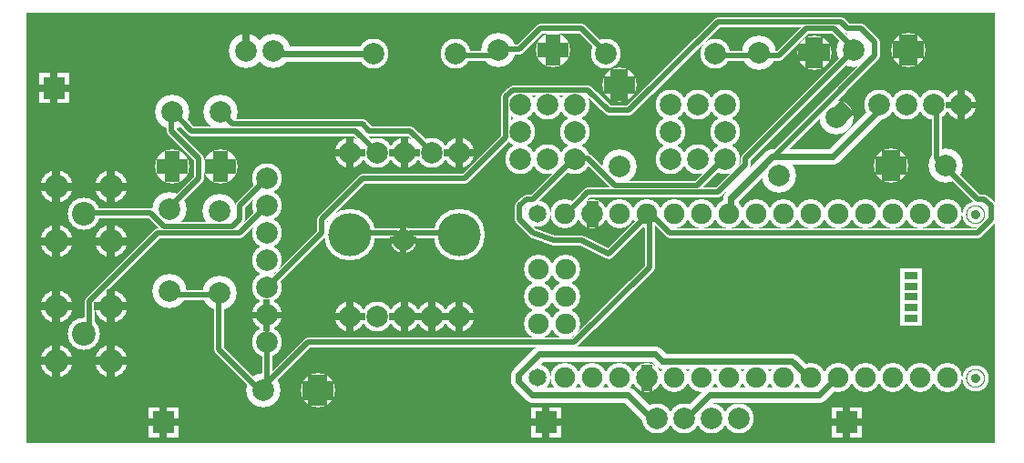
<source format=gbr>
%FSLAX34Y34*%
%MOMM*%
%LNCOPPER_BOTTOM*%
G71*
G01*
%ADD10C,0.800*%
%ADD11R,2.070X1.435*%
%ADD12C,2.700*%
%ADD13C,2.450*%
%ADD14C,2.800*%
%ADD15C,3.200*%
%ADD16C,3.000*%
%ADD17C,2.800*%
%ADD18C,4.800*%
%ADD19C,0.900*%
%ADD20C,2.400*%
%ADD21C,1.400*%
%ADD22C,3.200*%
%ADD23C,0.667*%
%ADD24C,0.813*%
%ADD25C,0.733*%
%ADD26C,1.360*%
%ADD27C,1.587*%
%ADD28C,1.627*%
%ADD29C,1.673*%
%ADD30C,1.793*%
%ADD31C,1.053*%
%ADD32C,1.093*%
%ADD33C,1.733*%
%ADD34C,2.230*%
%ADD35C,0.000*%
%ADD36R,1.270X0.635*%
%ADD37C,1.900*%
%ADD38C,1.650*%
%ADD39C,2.000*%
%ADD40C,2.200*%
%ADD41C,2.000*%
%ADD42C,4.000*%
%ADD43C,0.500*%
%ADD44C,0.600*%
%ADD45C,3.000*%
%LPD*%
G36*
X0Y400000D02*
X900000Y400000D01*
X900000Y0D01*
X0Y0D01*
X0Y400000D01*
G37*
%LPC*%
G54D10*
X872971Y59954D02*
X872966Y60241D01*
X872971Y60528D01*
X872986Y60818D01*
X873012Y61105D01*
X873048Y61389D01*
X873091Y61674D01*
X873146Y61958D01*
X873212Y62237D01*
X873286Y62517D01*
X873370Y62791D01*
X873464Y63066D01*
X873568Y63332D01*
X873680Y63599D01*
X873802Y63861D01*
X873931Y64117D01*
X874071Y64369D01*
X874221Y64615D01*
X874378Y64856D01*
X874543Y65092D01*
X874716Y65324D01*
X874896Y65547D01*
X875087Y65766D01*
X875283Y65976D01*
X875486Y66180D01*
X875697Y66375D01*
X875915Y66566D01*
X876139Y66746D01*
X876370Y66919D01*
X876606Y67084D01*
X876847Y67241D01*
X877094Y67391D01*
X877345Y67531D01*
X877602Y67660D01*
X877863Y67782D01*
X878130Y67894D01*
X878396Y67998D01*
X878671Y68092D01*
X878945Y68176D01*
X879224Y68250D01*
X879504Y68316D01*
X879788Y68372D01*
X880073Y68415D01*
X880358Y68450D01*
X880644Y68476D01*
X880934Y68491D01*
X881221Y68496D01*
X881508Y68491D01*
X881798Y68476D01*
X882085Y68450D01*
X882369Y68415D01*
X882654Y68372D01*
X882938Y68316D01*
X883218Y68250D01*
X883497Y68176D01*
X883771Y68092D01*
X884046Y67998D01*
X884312Y67894D01*
X884579Y67782D01*
X884841Y67660D01*
X885097Y67531D01*
X885349Y67391D01*
X885595Y67241D01*
X885836Y67084D01*
X886072Y66919D01*
X886304Y66746D01*
X886527Y66566D01*
X886746Y66375D01*
X886956Y66180D01*
X887160Y65976D01*
X887355Y65766D01*
X887546Y65547D01*
X887726Y65324D01*
X887899Y65092D01*
X888064Y64856D01*
X888221Y64615D01*
X888371Y64368D01*
X888511Y64117D01*
X888640Y63861D01*
X888762Y63599D01*
X888874Y63332D01*
X888978Y63066D01*
X889072Y62791D01*
X889156Y62517D01*
X889230Y62237D01*
X889296Y61958D01*
X889352Y61674D01*
X889395Y61389D01*
X889430Y61105D01*
X889456Y60818D01*
X889471Y60528D01*
X889476Y60241D01*
X889471Y59954D01*
X889456Y59664D01*
X889430Y59377D01*
X889395Y59093D01*
X889352Y58808D01*
X889296Y58524D01*
X889230Y58244D01*
X889156Y57965D01*
X889072Y57691D01*
X888978Y57417D01*
X888874Y57150D01*
X888762Y56883D01*
X888640Y56622D01*
X888511Y56365D01*
X888371Y56114D01*
X888221Y55867D01*
X888064Y55626D01*
X887899Y55390D01*
X887726Y55158D01*
X887546Y54935D01*
X887355Y54717D01*
X887160Y54506D01*
X886956Y54303D01*
X886746Y54107D01*
X886527Y53916D01*
X886304Y53736D01*
X886072Y53563D01*
X885836Y53398D01*
X885595Y53241D01*
X885349Y53091D01*
X885097Y52951D01*
X884841Y52822D01*
X884579Y52700D01*
X884312Y52588D01*
X884046Y52484D01*
X883771Y52390D01*
X883497Y52306D01*
X883218Y52232D01*
X882938Y52166D01*
X882654Y52110D01*
X882369Y52067D01*
X882085Y52032D01*
X881798Y52006D01*
X881508Y51991D01*
X881221Y51986D01*
X880934Y51991D01*
X880645Y52006D01*
X880358Y52032D01*
X880073Y52067D01*
X879788Y52110D01*
X879504Y52166D01*
X879224Y52232D01*
X878945Y52306D01*
X878671Y52390D01*
X878397Y52484D01*
X878130Y52588D01*
X877863Y52700D01*
X877602Y52822D01*
X877345Y52951D01*
X877094Y53091D01*
X876847Y53241D01*
X876606Y53398D01*
X876370Y53563D01*
X876139Y53736D01*
X875915Y53916D01*
X875697Y54107D01*
X875486Y54303D01*
X875282Y54506D01*
X875087Y54717D01*
X874896Y54935D01*
X874716Y55158D01*
X874543Y55390D01*
X874378Y55626D01*
X874221Y55867D01*
X874071Y56114D01*
X873931Y56365D01*
X873802Y56622D01*
X873680Y56883D01*
X873568Y57150D01*
X873464Y57417D01*
X873370Y57691D01*
X873286Y57965D01*
X873212Y58245D01*
X873146Y58524D01*
X873091Y58808D01*
X873048Y59093D01*
X873012Y59377D01*
X872986Y59664D01*
X872971Y59954D01*
G54D10*
X872971Y212354D02*
X872966Y212641D01*
X872971Y212928D01*
X872986Y213218D01*
X873012Y213505D01*
X873048Y213789D01*
X873091Y214074D01*
X873146Y214358D01*
X873212Y214637D01*
X873286Y214917D01*
X873370Y215191D01*
X873464Y215466D01*
X873568Y215732D01*
X873680Y215999D01*
X873802Y216261D01*
X873931Y216517D01*
X874071Y216769D01*
X874221Y217015D01*
X874378Y217256D01*
X874543Y217492D01*
X874716Y217724D01*
X874896Y217947D01*
X875087Y218166D01*
X875283Y218376D01*
X875486Y218580D01*
X875697Y218775D01*
X875915Y218966D01*
X876139Y219146D01*
X876370Y219319D01*
X876606Y219484D01*
X876847Y219641D01*
X877094Y219791D01*
X877345Y219931D01*
X877602Y220060D01*
X877863Y220182D01*
X878130Y220294D01*
X878397Y220398D01*
X878671Y220492D01*
X878945Y220576D01*
X879225Y220650D01*
X879504Y220716D01*
X879789Y220772D01*
X880073Y220815D01*
X880358Y220850D01*
X880644Y220876D01*
X880934Y220891D01*
X881221Y220896D01*
X881508Y220891D01*
X881798Y220876D01*
X882085Y220850D01*
X882369Y220815D01*
X882654Y220772D01*
X882938Y220716D01*
X883218Y220650D01*
X883497Y220576D01*
X883771Y220492D01*
X884046Y220398D01*
X884312Y220294D01*
X884579Y220182D01*
X884840Y220060D01*
X885097Y219931D01*
X885349Y219791D01*
X885595Y219641D01*
X885836Y219484D01*
X886072Y219319D01*
X886304Y219146D01*
X886527Y218966D01*
X886746Y218775D01*
X886956Y218580D01*
X887160Y218376D01*
X887355Y218166D01*
X887546Y217947D01*
X887726Y217724D01*
X887899Y217492D01*
X888064Y217256D01*
X888221Y217015D01*
X888371Y216769D01*
X888511Y216517D01*
X888640Y216261D01*
X888762Y215999D01*
X888874Y215732D01*
X888978Y215466D01*
X889072Y215191D01*
X889156Y214917D01*
X889230Y214637D01*
X889296Y214358D01*
X889352Y214074D01*
X889395Y213789D01*
X889430Y213505D01*
X889456Y213218D01*
X889471Y212928D01*
X889476Y212641D01*
X889471Y212354D01*
X889456Y212064D01*
X889430Y211777D01*
X889395Y211493D01*
X889352Y211208D01*
X889296Y210924D01*
X889230Y210645D01*
X889156Y210365D01*
X889072Y210091D01*
X888978Y209817D01*
X888874Y209550D01*
X888762Y209283D01*
X888640Y209022D01*
X888511Y208765D01*
X888371Y208514D01*
X888221Y208267D01*
X888064Y208026D01*
X887899Y207790D01*
X887726Y207559D01*
X887546Y207335D01*
X887355Y207117D01*
X887160Y206906D01*
X886956Y206703D01*
X886746Y206507D01*
X886527Y206316D01*
X886304Y206136D01*
X886072Y205963D01*
X885836Y205798D01*
X885595Y205641D01*
X885349Y205491D01*
X885097Y205351D01*
X884841Y205222D01*
X884579Y205100D01*
X884312Y204988D01*
X884046Y204884D01*
X883771Y204790D01*
X883497Y204706D01*
X883218Y204632D01*
X882938Y204566D01*
X882654Y204511D01*
X882369Y204467D01*
X882085Y204432D01*
X881798Y204406D01*
X881508Y204391D01*
X881221Y204386D01*
X880934Y204391D01*
X880644Y204406D01*
X880358Y204432D01*
X880073Y204467D01*
X879788Y204511D01*
X879504Y204566D01*
X879224Y204632D01*
X878945Y204706D01*
X878671Y204790D01*
X878396Y204884D01*
X878130Y204988D01*
X877863Y205100D01*
X877602Y205222D01*
X877345Y205351D01*
X877094Y205491D01*
X876847Y205641D01*
X876606Y205798D01*
X876370Y205963D01*
X876139Y206136D01*
X875915Y206316D01*
X875696Y206507D01*
X875486Y206702D01*
X875283Y206906D01*
X875087Y207117D01*
X874896Y207335D01*
X874716Y207558D01*
X874543Y207790D01*
X874378Y208026D01*
X874221Y208267D01*
X874071Y208514D01*
X873931Y208765D01*
X873802Y209022D01*
X873680Y209283D01*
X873568Y209550D01*
X873464Y209817D01*
X873370Y210091D01*
X873286Y210365D01*
X873212Y210645D01*
X873146Y210924D01*
X873090Y211209D01*
X873047Y211493D01*
X873012Y211778D01*
X872986Y212064D01*
X872971Y212354D01*
X821785Y155745D02*
G54D11*
D03*
X821785Y145585D02*
G54D11*
D03*
X821785Y135933D02*
G54D11*
D03*
X821785Y125773D02*
G54D11*
D03*
X821785Y115867D02*
G54D11*
D03*
X500221Y60241D02*
G54D12*
D03*
X525621Y60241D02*
G54D12*
D03*
X551021Y60241D02*
G54D12*
D03*
X576421Y60241D02*
G54D12*
D03*
X601821Y60241D02*
G54D12*
D03*
X627221Y60241D02*
G54D12*
D03*
X652621Y60241D02*
G54D12*
D03*
X678021Y60241D02*
G54D12*
D03*
X703421Y60241D02*
G54D12*
D03*
X728821Y60241D02*
G54D12*
D03*
X754221Y60241D02*
G54D12*
D03*
X779621Y60241D02*
G54D12*
D03*
X805021Y60241D02*
G54D12*
D03*
X830421Y60241D02*
G54D12*
D03*
X855821Y60241D02*
G54D12*
D03*
X500221Y212641D02*
G54D12*
D03*
X525621Y212641D02*
G54D12*
D03*
X551021Y212641D02*
G54D12*
D03*
X576421Y212641D02*
G54D12*
D03*
X601821Y212641D02*
G54D12*
D03*
X627221Y212641D02*
G54D12*
D03*
X652621Y212641D02*
G54D12*
D03*
X678021Y212641D02*
G54D12*
D03*
X703421Y212641D02*
G54D12*
D03*
X728821Y212641D02*
G54D12*
D03*
X754221Y212641D02*
G54D12*
D03*
X779621Y212641D02*
G54D12*
D03*
X805021Y212641D02*
G54D12*
D03*
X830421Y212641D02*
G54D12*
D03*
X855821Y212641D02*
G54D12*
D03*
X474980Y212800D02*
G54D13*
D03*
X474980Y60400D02*
G54D13*
D03*
X501237Y161587D02*
G54D12*
D03*
X475837Y161587D02*
G54D12*
D03*
X501237Y136187D02*
G54D12*
D03*
X475837Y136187D02*
G54D12*
D03*
X501237Y110787D02*
G54D12*
D03*
X475837Y110787D02*
G54D12*
D03*
X398780Y361900D02*
G54D14*
D03*
X322580Y361900D02*
G54D14*
D03*
X203655Y364475D02*
G54D15*
D03*
X229155Y364475D02*
G54D15*
D03*
X27280Y238175D02*
G54D16*
D03*
X78080Y238175D02*
G54D16*
D03*
X52680Y212775D02*
G54D16*
D03*
X78080Y187375D02*
G54D16*
D03*
X27280Y187375D02*
G54D16*
D03*
X792321Y314241D02*
G54D14*
D03*
X817721Y314241D02*
G54D14*
D03*
X843121Y314241D02*
G54D14*
D03*
X868521Y314241D02*
G54D14*
D03*
X222760Y93301D02*
G54D14*
D03*
X222760Y118701D02*
G54D14*
D03*
X222760Y144101D02*
G54D14*
D03*
X222760Y169501D02*
G54D14*
D03*
X222760Y194901D02*
G54D14*
D03*
X222760Y220301D02*
G54D14*
D03*
X222760Y245701D02*
G54D14*
D03*
X300196Y269791D02*
G54D17*
D03*
X325596Y269791D02*
G54D17*
D03*
X350996Y269791D02*
G54D17*
D03*
X376396Y269791D02*
G54D17*
D03*
X401796Y269791D02*
G54D17*
D03*
X401796Y269791D02*
G54D17*
D03*
X401796Y193591D02*
G54D18*
D03*
X300196Y269791D02*
G54D17*
D03*
X300196Y193591D02*
G54D14*
D03*
X300196Y117391D02*
G54D17*
D03*
X300196Y117391D02*
G54D17*
D03*
X325596Y117391D02*
G54D17*
D03*
X350996Y117391D02*
G54D17*
D03*
X376396Y117391D02*
G54D17*
D03*
X401796Y117391D02*
G54D17*
D03*
X300196Y193591D02*
G54D18*
D03*
X27280Y127050D02*
G54D16*
D03*
X78080Y127050D02*
G54D16*
D03*
X52680Y101650D02*
G54D16*
D03*
X78080Y76250D02*
G54D16*
D03*
X27280Y76250D02*
G54D16*
D03*
X458946Y314241D02*
G54D14*
D03*
X484346Y314241D02*
G54D14*
D03*
X509746Y314241D02*
G54D14*
D03*
X509746Y314241D02*
G54D14*
D03*
X509746Y288841D02*
G54D14*
D03*
X509746Y263441D02*
G54D14*
D03*
X458946Y263441D02*
G54D14*
D03*
X484346Y263441D02*
G54D14*
D03*
X509746Y263441D02*
G54D14*
D03*
X458946Y314241D02*
G54D14*
D03*
X458946Y288841D02*
G54D14*
D03*
X458946Y263441D02*
G54D14*
D03*
X438045Y365657D02*
G54D15*
D03*
X489026Y365770D02*
G54D15*
D03*
X538480Y361900D02*
G54D14*
D03*
X640080Y361900D02*
G54D14*
D03*
X731666Y363225D02*
G54D15*
D03*
X680685Y363113D02*
G54D15*
D03*
X768245Y365657D02*
G54D15*
D03*
X819226Y365770D02*
G54D15*
D03*
X179682Y308024D02*
G54D15*
D03*
X179794Y257043D02*
G54D15*
D03*
X135232Y308024D02*
G54D15*
D03*
X135344Y257043D02*
G54D15*
D03*
X179071Y139203D02*
G54D15*
D03*
X179122Y215453D02*
G54D15*
D03*
X132582Y141362D02*
G54D15*
D03*
X132632Y217612D02*
G54D15*
D03*
X853963Y258284D02*
G54D15*
D03*
X802982Y258171D02*
G54D15*
D03*
X219496Y48455D02*
G54D15*
D03*
X270476Y48567D02*
G54D15*
D03*
X550546Y256678D02*
G54D15*
D03*
X550596Y332928D02*
G54D15*
D03*
X222760Y118701D02*
G54D14*
D03*
X868521Y314241D02*
G54D14*
D03*
X489026Y365770D02*
G54D14*
D03*
X731666Y363225D02*
G54D14*
D03*
X819226Y365770D02*
G54D14*
D03*
X550596Y332928D02*
G54D14*
D03*
X802982Y258171D02*
G54D14*
D03*
X270476Y48567D02*
G54D14*
D03*
X350996Y269791D02*
G54D14*
D03*
X376396Y117391D02*
G54D14*
D03*
X401796Y117391D02*
G54D14*
D03*
X300196Y117391D02*
G54D14*
D03*
X350996Y117391D02*
G54D14*
D03*
X300196Y269791D02*
G54D14*
D03*
X401796Y269791D02*
G54D14*
D03*
X135344Y257043D02*
G54D14*
D03*
X179794Y257043D02*
G54D14*
D03*
G54D19*
X438045Y365657D02*
X438660Y366351D01*
X432310Y360001D01*
X400560Y360001D01*
X398780Y361900D01*
G54D19*
X538480Y361900D02*
X540260Y360001D01*
X514860Y385401D01*
X476760Y385401D01*
X457710Y366351D01*
X438660Y366351D01*
X438045Y365657D01*
G54D19*
X680685Y363113D02*
X679960Y360001D01*
X641860Y360001D01*
X640080Y361900D01*
G54D19*
X768245Y365657D02*
X768860Y366351D01*
X749810Y385401D01*
X724410Y385401D01*
X699010Y360001D01*
X679960Y360001D01*
X680685Y363113D01*
G54D19*
X219496Y48455D02*
X216410Y48851D01*
X260860Y93301D01*
X508510Y93301D01*
X578360Y163151D01*
X578360Y213951D01*
X576421Y212641D01*
G54D19*
X219496Y48455D02*
X216410Y48851D01*
X222760Y55201D01*
X222760Y93301D01*
G54D19*
X853963Y258284D02*
X851410Y258401D01*
X883160Y226651D01*
X889510Y226651D01*
X895860Y220301D01*
X895860Y207601D01*
X883160Y194901D01*
X597410Y194901D01*
X578360Y213951D01*
X576421Y212641D01*
G54D19*
X135232Y308024D02*
X133860Y309201D01*
X152910Y290151D01*
X305310Y290151D01*
X324360Y271101D01*
X325596Y269791D01*
G54D19*
X179682Y308024D02*
X178310Y309201D01*
X191010Y296501D01*
X311660Y296501D01*
X318010Y290151D01*
X356110Y290151D01*
X375160Y271101D01*
X376396Y269791D01*
G54D19*
X132632Y217612D02*
X133860Y220301D01*
X159260Y245701D01*
X159260Y264751D01*
X133860Y290151D01*
X133860Y309201D01*
X135232Y308024D01*
G54D19*
X132582Y141362D02*
X133860Y144101D01*
X140210Y137751D01*
X178310Y137751D01*
X179071Y139203D01*
G54D19*
X219496Y48455D02*
X216410Y48851D01*
X178310Y86951D01*
X178310Y137751D01*
X179071Y139203D01*
G54D19*
X509746Y263441D02*
X508510Y264751D01*
X470410Y226651D01*
X464060Y226651D01*
X457710Y220301D01*
X457710Y207601D01*
X470410Y194901D01*
X489460Y188551D01*
X514860Y188551D01*
X540260Y175851D01*
X578360Y213951D01*
X576421Y212641D01*
G54D19*
X222760Y245701D02*
X197360Y220301D01*
X197360Y207601D01*
X191010Y201251D01*
X127510Y201251D01*
X114810Y213951D01*
X51310Y213951D01*
X52680Y212775D01*
G54D19*
X52680Y101650D02*
X51310Y99651D01*
X57660Y106001D01*
X57660Y131401D01*
X121160Y194901D01*
X197360Y194901D01*
X222760Y220301D01*
G54D19*
X222760Y144101D02*
X273560Y194901D01*
X273560Y207601D01*
X311660Y245701D01*
X406910Y245701D01*
X445010Y283801D01*
X445010Y321901D01*
X451360Y328251D01*
X521210Y328251D01*
X540260Y309201D01*
X559310Y309201D01*
X641860Y391751D01*
X756160Y391751D01*
X762510Y385401D01*
X775210Y385401D01*
X787910Y372701D01*
X787910Y360001D01*
X654560Y226651D01*
X654560Y213951D01*
X652621Y212641D01*
G54D19*
X853963Y258284D02*
X851410Y258401D01*
X845060Y264751D01*
X845060Y315551D01*
X843121Y314241D01*
X576421Y60241D02*
G54D20*
D03*
X525621Y212641D02*
G54D20*
D03*
X349760Y188551D02*
G54D20*
D03*
G54D19*
X349760Y188551D02*
X343410Y194901D01*
X298960Y194901D01*
X300196Y193591D01*
G54D19*
X349760Y188551D02*
X356110Y194901D01*
X400560Y194901D01*
X401796Y193591D01*
X598646Y314241D02*
G54D14*
D03*
X598646Y288841D02*
G54D14*
D03*
X598646Y263441D02*
G54D14*
D03*
X649446Y314241D02*
G54D14*
D03*
X624046Y314241D02*
G54D14*
D03*
X598646Y314241D02*
G54D14*
D03*
X649446Y314241D02*
G54D14*
D03*
X649446Y288841D02*
G54D14*
D03*
X649446Y263441D02*
G54D14*
D03*
X649446Y263441D02*
G54D14*
D03*
X624046Y263441D02*
G54D14*
D03*
X598646Y263441D02*
G54D14*
D03*
G54D19*
X768245Y365657D02*
X768860Y366351D01*
X667260Y264751D01*
X667260Y258401D01*
X641860Y233001D01*
X521210Y233001D01*
X502160Y213951D01*
X500221Y212641D01*
G54D19*
X649446Y263441D02*
X648210Y264751D01*
X622810Y239351D01*
X546610Y239351D01*
X521210Y264751D01*
X508510Y264751D01*
X509746Y263441D01*
X698796Y248889D02*
G54D15*
D03*
X752749Y302771D02*
G54D15*
D03*
X752749Y302771D02*
G54D14*
D03*
G54D21*
X792321Y314241D02*
X793750Y311150D01*
X749300Y266700D01*
X692150Y266700D01*
X654050Y228600D01*
X654050Y209550D01*
X652621Y212641D01*
G54D21*
X229155Y364475D02*
X228600Y361950D01*
X323850Y361950D01*
X322580Y361900D01*
G36*
X11400Y344150D02*
X39400Y344150D01*
X39400Y316150D01*
X11400Y316150D01*
X11400Y344150D01*
G37*
G36*
X468600Y33000D02*
X496600Y33000D01*
X496600Y5000D01*
X468600Y5000D01*
X468600Y33000D01*
G37*
G36*
X748000Y33000D02*
X776000Y33000D01*
X776000Y5000D01*
X748000Y5000D01*
X748000Y33000D01*
G37*
G36*
X113000Y33000D02*
X141000Y33000D01*
X141000Y5000D01*
X113000Y5000D01*
X113000Y33000D01*
G37*
X25400Y374600D02*
G54D22*
D03*
X25400Y19000D02*
G54D22*
D03*
X876300Y19000D02*
G54D22*
D03*
X876300Y374600D02*
G54D22*
D03*
X636746Y22141D02*
G54D14*
D03*
X611346Y22141D02*
G54D14*
D03*
X585946Y22141D02*
G54D14*
D03*
X662146Y22141D02*
G54D14*
D03*
X636746Y22141D02*
G54D14*
D03*
X611346Y22141D02*
G54D14*
D03*
G54D21*
X611346Y22141D02*
X609600Y19050D01*
X635000Y44450D01*
X736600Y44450D01*
X749300Y57150D01*
X755650Y57150D01*
X754221Y60241D01*
G54D21*
X585946Y22141D02*
X584200Y19050D01*
X558800Y44450D01*
X469900Y44450D01*
X457200Y57150D01*
X457200Y63500D01*
X476250Y82550D01*
X584200Y82550D01*
X590550Y76200D01*
X711200Y76200D01*
X730250Y57150D01*
X728821Y60241D01*
X146050Y368250D02*
G54D22*
D03*
%LPD*%
G54D23*
G36*
X200322Y364475D02*
X200322Y380975D01*
X206988Y380975D01*
X206988Y364475D01*
X200322Y364475D01*
G37*
G54D24*
G54D25*
G36*
X23613Y238175D02*
X23613Y253675D01*
X30947Y253675D01*
X30947Y238175D01*
X23613Y238175D01*
G37*
G36*
X27280Y241842D02*
X42780Y241842D01*
X42780Y234508D01*
X27280Y234508D01*
X27280Y241842D01*
G37*
G36*
X30947Y238175D02*
X30947Y222675D01*
X23613Y222675D01*
X23613Y238175D01*
X30947Y238175D01*
G37*
G36*
X27280Y234508D02*
X11780Y234508D01*
X11780Y241842D01*
X27280Y241842D01*
X27280Y234508D01*
G37*
G54D25*
G36*
X74413Y238175D02*
X74413Y253675D01*
X81747Y253675D01*
X81747Y238175D01*
X74413Y238175D01*
G37*
G36*
X78080Y241842D02*
X93580Y241842D01*
X93580Y234508D01*
X78080Y234508D01*
X78080Y241842D01*
G37*
G36*
X81747Y238175D02*
X81747Y222675D01*
X74413Y222675D01*
X74413Y238175D01*
X81747Y238175D01*
G37*
G36*
X78080Y234508D02*
X62580Y234508D01*
X62580Y241842D01*
X78080Y241842D01*
X78080Y234508D01*
G37*
G54D25*
G36*
X74413Y187375D02*
X74413Y202875D01*
X81747Y202875D01*
X81747Y187375D01*
X74413Y187375D01*
G37*
G36*
X78080Y191042D02*
X93580Y191042D01*
X93580Y183708D01*
X78080Y183708D01*
X78080Y191042D01*
G37*
G36*
X81747Y187375D02*
X81747Y171875D01*
X74413Y171875D01*
X74413Y187375D01*
X81747Y187375D01*
G37*
G36*
X78080Y183708D02*
X62580Y183708D01*
X62580Y191042D01*
X78080Y191042D01*
X78080Y183708D01*
G37*
G54D25*
G36*
X23613Y187375D02*
X23613Y202875D01*
X30947Y202875D01*
X30947Y187375D01*
X23613Y187375D01*
G37*
G36*
X27280Y191042D02*
X42780Y191042D01*
X42780Y183708D01*
X27280Y183708D01*
X27280Y191042D01*
G37*
G36*
X30947Y187375D02*
X30947Y171875D01*
X23613Y171875D01*
X23613Y187375D01*
X30947Y187375D01*
G37*
G36*
X27280Y183708D02*
X11780Y183708D01*
X11780Y191042D01*
X27280Y191042D01*
X27280Y183708D01*
G37*
G54D25*
G36*
X23613Y127050D02*
X23613Y142550D01*
X30947Y142550D01*
X30947Y127050D01*
X23613Y127050D01*
G37*
G36*
X27280Y130717D02*
X42780Y130717D01*
X42780Y123383D01*
X27280Y123383D01*
X27280Y130717D01*
G37*
G36*
X30947Y127050D02*
X30947Y111550D01*
X23613Y111550D01*
X23613Y127050D01*
X30947Y127050D01*
G37*
G36*
X27280Y123383D02*
X11780Y123383D01*
X11780Y130717D01*
X27280Y130717D01*
X27280Y123383D01*
G37*
G54D25*
G36*
X74413Y127050D02*
X74413Y142550D01*
X81747Y142550D01*
X81747Y127050D01*
X74413Y127050D01*
G37*
G36*
X78080Y130717D02*
X93580Y130717D01*
X93580Y123383D01*
X78080Y123383D01*
X78080Y130717D01*
G37*
G36*
X81747Y127050D02*
X81747Y111550D01*
X74413Y111550D01*
X74413Y127050D01*
X81747Y127050D01*
G37*
G36*
X78080Y123383D02*
X62580Y123383D01*
X62580Y130717D01*
X78080Y130717D01*
X78080Y123383D01*
G37*
G54D25*
G36*
X74413Y76250D02*
X74413Y91750D01*
X81747Y91750D01*
X81747Y76250D01*
X74413Y76250D01*
G37*
G36*
X78080Y79917D02*
X93580Y79917D01*
X93580Y72583D01*
X78080Y72583D01*
X78080Y79917D01*
G37*
G36*
X81747Y76250D02*
X81747Y60750D01*
X74413Y60750D01*
X74413Y76250D01*
X81747Y76250D01*
G37*
G36*
X78080Y72583D02*
X62580Y72583D01*
X62580Y79917D01*
X78080Y79917D01*
X78080Y72583D01*
G37*
G54D25*
G36*
X23613Y76250D02*
X23613Y91750D01*
X30947Y91750D01*
X30947Y76250D01*
X23613Y76250D01*
G37*
G36*
X27280Y79917D02*
X42780Y79917D01*
X42780Y72583D01*
X27280Y72583D01*
X27280Y79917D01*
G37*
G36*
X30947Y76250D02*
X30947Y60750D01*
X23613Y60750D01*
X23613Y76250D01*
X30947Y76250D01*
G37*
G36*
X27280Y72583D02*
X11780Y72583D01*
X11780Y79917D01*
X27280Y79917D01*
X27280Y72583D01*
G37*
G54D23*
G36*
X222760Y115368D02*
X208260Y115368D01*
X208260Y122035D01*
X222760Y122035D01*
X222760Y115368D01*
G37*
G36*
X219426Y118701D02*
X219426Y133201D01*
X226093Y133201D01*
X226093Y118701D01*
X219426Y118701D01*
G37*
G36*
X222760Y122035D02*
X237260Y122035D01*
X237260Y115368D01*
X222760Y115368D01*
X222760Y122035D01*
G37*
G36*
X226093Y118701D02*
X226093Y104201D01*
X219426Y104201D01*
X219426Y118701D01*
X226093Y118701D01*
G37*
G54D23*
G36*
X865188Y314241D02*
X865188Y328741D01*
X871854Y328741D01*
X871854Y314241D01*
X865188Y314241D01*
G37*
G36*
X868521Y317574D02*
X883021Y317574D01*
X883021Y310908D01*
X868521Y310908D01*
X868521Y317574D01*
G37*
G36*
X871854Y314241D02*
X871854Y299741D01*
X865188Y299741D01*
X865188Y314241D01*
X871854Y314241D01*
G37*
G36*
X868521Y310908D02*
X854021Y310908D01*
X854021Y317574D01*
X868521Y317574D01*
X868521Y310908D01*
G37*
G54D26*
G36*
X482226Y365770D02*
X482226Y380270D01*
X495826Y380270D01*
X495826Y365770D01*
X482226Y365770D01*
G37*
G36*
X489026Y372570D02*
X503526Y372570D01*
X503526Y358970D01*
X489026Y358970D01*
X489026Y372570D01*
G37*
G36*
X495826Y365770D02*
X495826Y351270D01*
X482226Y351270D01*
X482226Y365770D01*
X495826Y365770D01*
G37*
G36*
X489026Y358970D02*
X474526Y358970D01*
X474526Y372570D01*
X489026Y372570D01*
X489026Y358970D01*
G37*
G54D27*
G36*
X723732Y363225D02*
X723732Y377725D01*
X739599Y377725D01*
X739599Y363225D01*
X723732Y363225D01*
G37*
G36*
X731666Y371159D02*
X746166Y371159D01*
X746166Y355292D01*
X731666Y355292D01*
X731666Y371159D01*
G37*
G36*
X739599Y363225D02*
X739599Y348725D01*
X723732Y348725D01*
X723732Y363225D01*
X739599Y363225D01*
G37*
G36*
X731666Y355292D02*
X717166Y355292D01*
X717166Y371159D01*
X731666Y371159D01*
X731666Y355292D01*
G37*
G54D28*
G36*
X811092Y365770D02*
X811092Y380270D01*
X827359Y380270D01*
X827359Y365770D01*
X811092Y365770D01*
G37*
G36*
X819226Y373903D02*
X833726Y373903D01*
X833726Y357636D01*
X819226Y357636D01*
X819226Y373903D01*
G37*
G36*
X827359Y365770D02*
X827359Y351270D01*
X811092Y351270D01*
X811092Y365770D01*
X827359Y365770D01*
G37*
G36*
X819226Y357636D02*
X804726Y357636D01*
X804726Y373903D01*
X819226Y373903D01*
X819226Y357636D01*
G37*
G54D27*
G36*
X542663Y332928D02*
X542663Y347428D01*
X558529Y347428D01*
X558529Y332928D01*
X542663Y332928D01*
G37*
G36*
X550596Y340861D02*
X565096Y340861D01*
X565096Y324995D01*
X550596Y324995D01*
X550596Y340861D01*
G37*
G36*
X558529Y332928D02*
X558529Y318428D01*
X542663Y318428D01*
X542663Y332928D01*
X558529Y332928D01*
G37*
G36*
X550596Y324995D02*
X536096Y324995D01*
X536096Y340861D01*
X550596Y340861D01*
X550596Y324995D01*
G37*
G54D29*
G36*
X794616Y258171D02*
X794616Y272671D01*
X811349Y272671D01*
X811349Y258171D01*
X794616Y258171D01*
G37*
G36*
X802982Y266538D02*
X817482Y266538D01*
X817482Y249805D01*
X802982Y249805D01*
X802982Y266538D01*
G37*
G36*
X811349Y258171D02*
X811349Y243671D01*
X794616Y243671D01*
X794616Y258171D01*
X811349Y258171D01*
G37*
G36*
X802982Y249805D02*
X788482Y249805D01*
X788482Y266538D01*
X802982Y266538D01*
X802982Y249805D01*
G37*
G54D30*
G36*
X261509Y48567D02*
X261509Y63067D01*
X279443Y63067D01*
X279443Y48567D01*
X261509Y48567D01*
G37*
G36*
X270476Y57534D02*
X284976Y57534D01*
X284976Y39600D01*
X270476Y39600D01*
X270476Y57534D01*
G37*
G36*
X279443Y48567D02*
X279443Y34067D01*
X261509Y34067D01*
X261509Y48567D01*
X279443Y48567D01*
G37*
G36*
X270476Y39600D02*
X255976Y39600D01*
X255976Y57534D01*
X270476Y57534D01*
X270476Y39600D01*
G37*
G54D23*
G36*
X347663Y269791D02*
X347663Y284291D01*
X354329Y284291D01*
X354329Y269791D01*
X347663Y269791D01*
G37*
G36*
X350996Y273124D02*
X365496Y273124D01*
X365496Y266458D01*
X350996Y266458D01*
X350996Y273124D01*
G37*
G36*
X354329Y269791D02*
X354329Y255291D01*
X347663Y255291D01*
X347663Y269791D01*
X354329Y269791D01*
G37*
G36*
X350996Y266458D02*
X336496Y266458D01*
X336496Y273124D01*
X350996Y273124D01*
X350996Y266458D01*
G37*
G54D23*
G36*
X373063Y117391D02*
X373063Y131891D01*
X379729Y131891D01*
X379729Y117391D01*
X373063Y117391D01*
G37*
G36*
X376396Y120724D02*
X390896Y120724D01*
X390896Y114058D01*
X376396Y114058D01*
X376396Y120724D01*
G37*
G36*
X379729Y117391D02*
X379729Y102891D01*
X373063Y102891D01*
X373063Y117391D01*
X379729Y117391D01*
G37*
G36*
X376396Y114058D02*
X361896Y114058D01*
X361896Y120724D01*
X376396Y120724D01*
X376396Y114058D01*
G37*
G54D23*
G36*
X398463Y117391D02*
X398463Y131891D01*
X405129Y131891D01*
X405129Y117391D01*
X398463Y117391D01*
G37*
G36*
X401796Y120724D02*
X416296Y120724D01*
X416296Y114058D01*
X401796Y114058D01*
X401796Y120724D01*
G37*
G36*
X405129Y117391D02*
X405129Y102891D01*
X398463Y102891D01*
X398463Y117391D01*
X405129Y117391D01*
G37*
G36*
X401796Y114058D02*
X387296Y114058D01*
X387296Y120724D01*
X401796Y120724D01*
X401796Y114058D01*
G37*
G54D23*
G36*
X296863Y117391D02*
X296863Y131891D01*
X303529Y131891D01*
X303529Y117391D01*
X296863Y117391D01*
G37*
G36*
X300196Y120724D02*
X314696Y120724D01*
X314696Y114058D01*
X300196Y114058D01*
X300196Y120724D01*
G37*
G36*
X303529Y117391D02*
X303529Y102891D01*
X296863Y102891D01*
X296863Y117391D01*
X303529Y117391D01*
G37*
G36*
X300196Y114058D02*
X285696Y114058D01*
X285696Y120724D01*
X300196Y120724D01*
X300196Y114058D01*
G37*
G54D23*
G36*
X347663Y117391D02*
X347663Y131891D01*
X354329Y131891D01*
X354329Y117391D01*
X347663Y117391D01*
G37*
G36*
X350996Y120724D02*
X365496Y120724D01*
X365496Y114058D01*
X350996Y114058D01*
X350996Y120724D01*
G37*
G36*
X354329Y117391D02*
X354329Y102891D01*
X347663Y102891D01*
X347663Y117391D01*
X354329Y117391D01*
G37*
G36*
X350996Y114058D02*
X336496Y114058D01*
X336496Y120724D01*
X350996Y120724D01*
X350996Y114058D01*
G37*
G54D23*
G36*
X296863Y269791D02*
X296863Y284291D01*
X303529Y284291D01*
X303529Y269791D01*
X296863Y269791D01*
G37*
G36*
X300196Y273124D02*
X314696Y273124D01*
X314696Y266458D01*
X300196Y266458D01*
X300196Y273124D01*
G37*
G36*
X303529Y269791D02*
X303529Y255291D01*
X296863Y255291D01*
X296863Y269791D01*
X303529Y269791D01*
G37*
G36*
X300196Y266458D02*
X285696Y266458D01*
X285696Y273124D01*
X300196Y273124D01*
X300196Y266458D01*
G37*
G54D23*
G36*
X398463Y269791D02*
X398463Y284291D01*
X405129Y284291D01*
X405129Y269791D01*
X398463Y269791D01*
G37*
G36*
X401796Y273124D02*
X416296Y273124D01*
X416296Y266458D01*
X401796Y266458D01*
X401796Y273124D01*
G37*
G36*
X405129Y269791D02*
X405129Y255291D01*
X398463Y255291D01*
X398463Y269791D01*
X405129Y269791D01*
G37*
G36*
X401796Y266458D02*
X387296Y266458D01*
X387296Y273124D01*
X401796Y273124D01*
X401796Y266458D01*
G37*
G54D26*
G36*
X128544Y257043D02*
X128544Y271543D01*
X142144Y271543D01*
X142144Y257043D01*
X128544Y257043D01*
G37*
G36*
X135344Y263843D02*
X149844Y263843D01*
X149844Y250243D01*
X135344Y250243D01*
X135344Y263843D01*
G37*
G36*
X142144Y257043D02*
X142144Y242543D01*
X128544Y242543D01*
X128544Y257043D01*
X142144Y257043D01*
G37*
G36*
X135344Y250243D02*
X120844Y250243D01*
X120844Y263843D01*
X135344Y263843D01*
X135344Y250243D01*
G37*
G54D26*
G36*
X172994Y257043D02*
X172994Y271543D01*
X186594Y271543D01*
X186594Y257043D01*
X172994Y257043D01*
G37*
G36*
X179794Y263843D02*
X194294Y263843D01*
X194294Y250243D01*
X179794Y250243D01*
X179794Y263843D01*
G37*
G36*
X186594Y257043D02*
X186594Y242543D01*
X172994Y242543D01*
X172994Y257043D01*
X186594Y257043D01*
G37*
G36*
X179794Y250243D02*
X165294Y250243D01*
X165294Y263843D01*
X179794Y263843D01*
X179794Y250243D01*
G37*
G54D31*
G36*
X571154Y60241D02*
X571154Y72741D01*
X581688Y72741D01*
X581688Y60241D01*
X571154Y60241D01*
G37*
G36*
X581688Y60241D02*
X581688Y47741D01*
X571154Y47741D01*
X571154Y60241D01*
X581688Y60241D01*
G37*
G54D32*
G36*
X520154Y212641D02*
X520154Y225141D01*
X531088Y225141D01*
X531088Y212641D01*
X520154Y212641D01*
G37*
G36*
X531088Y212641D02*
X531088Y200141D01*
X520154Y200141D01*
X520154Y212641D01*
X531088Y212641D01*
G37*
G54D23*
G36*
X346427Y188551D02*
X346427Y201051D01*
X353093Y201051D01*
X353093Y188551D01*
X346427Y188551D01*
G37*
G36*
X349760Y191884D02*
X362260Y191884D01*
X362260Y185218D01*
X349760Y185218D01*
X349760Y191884D01*
G37*
G36*
X353093Y188551D02*
X353093Y176051D01*
X346427Y176051D01*
X346427Y188551D01*
X353093Y188551D01*
G37*
G36*
X349760Y185218D02*
X337260Y185218D01*
X337260Y191884D01*
X349760Y191884D01*
X349760Y185218D01*
G37*
G54D33*
G36*
X746621Y308899D02*
X756874Y319152D01*
X769130Y306896D01*
X758877Y296643D01*
X746621Y308899D01*
G37*
G54D23*
G36*
X22067Y330150D02*
X22067Y344650D01*
X28733Y344650D01*
X28733Y330150D01*
X22067Y330150D01*
G37*
G36*
X25400Y333483D02*
X39900Y333483D01*
X39900Y326817D01*
X25400Y326817D01*
X25400Y333483D01*
G37*
G36*
X28733Y330150D02*
X28733Y315650D01*
X22067Y315650D01*
X22067Y330150D01*
X28733Y330150D01*
G37*
G36*
X25400Y326817D02*
X10900Y326817D01*
X10900Y333483D01*
X25400Y333483D01*
X25400Y326817D01*
G37*
G54D23*
G36*
X479267Y19000D02*
X479267Y33500D01*
X485933Y33500D01*
X485933Y19000D01*
X479267Y19000D01*
G37*
G36*
X482600Y22333D02*
X497100Y22333D01*
X497100Y15667D01*
X482600Y15667D01*
X482600Y22333D01*
G37*
G36*
X485933Y19000D02*
X485933Y4500D01*
X479267Y4500D01*
X479267Y19000D01*
X485933Y19000D01*
G37*
G36*
X482600Y15667D02*
X468100Y15667D01*
X468100Y22333D01*
X482600Y22333D01*
X482600Y15667D01*
G37*
G54D23*
G36*
X758667Y19000D02*
X758667Y33500D01*
X765333Y33500D01*
X765333Y19000D01*
X758667Y19000D01*
G37*
G36*
X762000Y22333D02*
X776500Y22333D01*
X776500Y15667D01*
X762000Y15667D01*
X762000Y22333D01*
G37*
G36*
X765333Y19000D02*
X765333Y4500D01*
X758667Y4500D01*
X758667Y19000D01*
X765333Y19000D01*
G37*
G36*
X762000Y15667D02*
X747500Y15667D01*
X747500Y22333D01*
X762000Y22333D01*
X762000Y15667D01*
G37*
G54D23*
G36*
X123667Y19000D02*
X123667Y33500D01*
X130333Y33500D01*
X130333Y19000D01*
X123667Y19000D01*
G37*
G36*
X127000Y22333D02*
X141500Y22333D01*
X141500Y15667D01*
X127000Y15667D01*
X127000Y22333D01*
G37*
G36*
X130333Y19000D02*
X130333Y4500D01*
X123667Y4500D01*
X123667Y19000D01*
X130333Y19000D01*
G37*
G36*
X127000Y15667D02*
X112500Y15667D01*
X112500Y22333D01*
X127000Y22333D01*
X127000Y15667D01*
G37*
G54D34*
G36*
X25400Y385750D02*
X41900Y385750D01*
X41900Y363450D01*
X25400Y363450D01*
X25400Y385750D01*
G37*
G36*
X36550Y374600D02*
X36550Y358100D01*
X14250Y358100D01*
X14250Y374600D01*
X36550Y374600D01*
G37*
G36*
X25400Y363450D02*
X8900Y363450D01*
X8900Y385750D01*
X25400Y385750D01*
X25400Y363450D01*
G37*
G36*
X14250Y374600D02*
X14250Y391100D01*
X36550Y391100D01*
X36550Y374600D01*
X14250Y374600D01*
G37*
G54D34*
G36*
X25400Y30150D02*
X41900Y30150D01*
X41900Y7850D01*
X25400Y7850D01*
X25400Y30150D01*
G37*
G36*
X36550Y19000D02*
X36550Y2500D01*
X14250Y2500D01*
X14250Y19000D01*
X36550Y19000D01*
G37*
G36*
X25400Y7850D02*
X8900Y7850D01*
X8900Y30150D01*
X25400Y30150D01*
X25400Y7850D01*
G37*
G36*
X14250Y19000D02*
X14250Y35500D01*
X36550Y35500D01*
X36550Y19000D01*
X14250Y19000D01*
G37*
G54D34*
G36*
X876300Y30150D02*
X892800Y30150D01*
X892800Y7850D01*
X876300Y7850D01*
X876300Y30150D01*
G37*
G36*
X887450Y19000D02*
X887450Y2500D01*
X865150Y2500D01*
X865150Y19000D01*
X887450Y19000D01*
G37*
G36*
X876300Y7850D02*
X859800Y7850D01*
X859800Y30150D01*
X876300Y30150D01*
X876300Y7850D01*
G37*
G36*
X865150Y19000D02*
X865150Y35500D01*
X887450Y35500D01*
X887450Y19000D01*
X865150Y19000D01*
G37*
G54D34*
G36*
X876300Y385750D02*
X892800Y385750D01*
X892800Y363450D01*
X876300Y363450D01*
X876300Y385750D01*
G37*
G36*
X887450Y374600D02*
X887450Y358100D01*
X865150Y358100D01*
X865150Y374600D01*
X887450Y374600D01*
G37*
G36*
X876300Y363450D02*
X859800Y363450D01*
X859800Y385750D01*
X876300Y385750D01*
X876300Y363450D01*
G37*
G36*
X865150Y374600D02*
X865150Y391100D01*
X887450Y391100D01*
X887450Y374600D01*
X865150Y374600D01*
G37*
G54D34*
G36*
X146050Y379400D02*
X162550Y379400D01*
X162550Y357100D01*
X146050Y357100D01*
X146050Y379400D01*
G37*
G36*
X157200Y368250D02*
X157200Y351750D01*
X134900Y351750D01*
X134900Y368250D01*
X157200Y368250D01*
G37*
G36*
X146050Y357100D02*
X129550Y357100D01*
X129550Y379400D01*
X146050Y379400D01*
X146050Y357100D01*
G37*
G36*
X134900Y368250D02*
X134900Y384750D01*
X157200Y384750D01*
X157200Y368250D01*
X134900Y368250D01*
G37*
G54D35*
X872971Y59954D02*
X872966Y60241D01*
X872971Y60528D01*
X872986Y60818D01*
X873012Y61105D01*
X873048Y61389D01*
X873091Y61674D01*
X873146Y61958D01*
X873212Y62237D01*
X873286Y62517D01*
X873370Y62791D01*
X873464Y63066D01*
X873568Y63332D01*
X873680Y63599D01*
X873802Y63861D01*
X873931Y64117D01*
X874071Y64369D01*
X874221Y64615D01*
X874378Y64856D01*
X874543Y65092D01*
X874716Y65324D01*
X874896Y65547D01*
X875087Y65766D01*
X875283Y65976D01*
X875486Y66180D01*
X875697Y66375D01*
X875915Y66566D01*
X876139Y66746D01*
X876370Y66919D01*
X876606Y67084D01*
X876847Y67241D01*
X877094Y67391D01*
X877345Y67531D01*
X877602Y67660D01*
X877863Y67782D01*
X878130Y67894D01*
X878396Y67998D01*
X878671Y68092D01*
X878945Y68176D01*
X879224Y68250D01*
X879504Y68316D01*
X879788Y68372D01*
X880073Y68415D01*
X880358Y68450D01*
X880644Y68476D01*
X880934Y68491D01*
X881221Y68496D01*
X881508Y68491D01*
X881798Y68476D01*
X882085Y68450D01*
X882369Y68415D01*
X882654Y68372D01*
X882938Y68316D01*
X883218Y68250D01*
X883497Y68176D01*
X883771Y68092D01*
X884046Y67998D01*
X884312Y67894D01*
X884579Y67782D01*
X884841Y67660D01*
X885097Y67531D01*
X885349Y67391D01*
X885595Y67241D01*
X885836Y67084D01*
X886072Y66919D01*
X886304Y66746D01*
X886527Y66566D01*
X886746Y66375D01*
X886956Y66180D01*
X887160Y65976D01*
X887355Y65766D01*
X887546Y65547D01*
X887726Y65324D01*
X887899Y65092D01*
X888064Y64856D01*
X888221Y64615D01*
X888371Y64368D01*
X888511Y64117D01*
X888640Y63861D01*
X888762Y63599D01*
X888874Y63332D01*
X888978Y63066D01*
X889072Y62791D01*
X889156Y62517D01*
X889230Y62237D01*
X889296Y61958D01*
X889352Y61674D01*
X889395Y61389D01*
X889430Y61105D01*
X889456Y60818D01*
X889471Y60528D01*
X889476Y60241D01*
X889471Y59954D01*
X889456Y59664D01*
X889430Y59377D01*
X889395Y59093D01*
X889352Y58808D01*
X889296Y58524D01*
X889230Y58244D01*
X889156Y57965D01*
X889072Y57691D01*
X888978Y57417D01*
X888874Y57150D01*
X888762Y56883D01*
X888640Y56622D01*
X888511Y56365D01*
X888371Y56114D01*
X888221Y55867D01*
X888064Y55626D01*
X887899Y55390D01*
X887726Y55158D01*
X887546Y54935D01*
X887355Y54717D01*
X887160Y54506D01*
X886956Y54303D01*
X886746Y54107D01*
X886527Y53916D01*
X886304Y53736D01*
X886072Y53563D01*
X885836Y53398D01*
X885595Y53241D01*
X885349Y53091D01*
X885097Y52951D01*
X884841Y52822D01*
X884579Y52700D01*
X884312Y52588D01*
X884046Y52484D01*
X883771Y52390D01*
X883497Y52306D01*
X883218Y52232D01*
X882938Y52166D01*
X882654Y52110D01*
X882369Y52067D01*
X882085Y52032D01*
X881798Y52006D01*
X881508Y51991D01*
X881221Y51986D01*
X880934Y51991D01*
X880645Y52006D01*
X880358Y52032D01*
X880073Y52067D01*
X879788Y52110D01*
X879504Y52166D01*
X879224Y52232D01*
X878945Y52306D01*
X878671Y52390D01*
X878397Y52484D01*
X878130Y52588D01*
X877863Y52700D01*
X877602Y52822D01*
X877345Y52951D01*
X877094Y53091D01*
X876847Y53241D01*
X876606Y53398D01*
X876370Y53563D01*
X876139Y53736D01*
X875915Y53916D01*
X875697Y54107D01*
X875486Y54303D01*
X875282Y54506D01*
X875087Y54717D01*
X874896Y54935D01*
X874716Y55158D01*
X874543Y55390D01*
X874378Y55626D01*
X874221Y55867D01*
X874071Y56114D01*
X873931Y56365D01*
X873802Y56622D01*
X873680Y56883D01*
X873568Y57150D01*
X873464Y57417D01*
X873370Y57691D01*
X873286Y57965D01*
X873212Y58245D01*
X873146Y58524D01*
X873091Y58808D01*
X873048Y59093D01*
X873012Y59377D01*
X872986Y59664D01*
X872971Y59954D01*
G54D35*
X872971Y212354D02*
X872966Y212641D01*
X872971Y212928D01*
X872986Y213218D01*
X873012Y213505D01*
X873048Y213789D01*
X873091Y214074D01*
X873146Y214358D01*
X873212Y214637D01*
X873286Y214917D01*
X873370Y215191D01*
X873464Y215466D01*
X873568Y215732D01*
X873680Y215999D01*
X873802Y216261D01*
X873931Y216517D01*
X874071Y216769D01*
X874221Y217015D01*
X874378Y217256D01*
X874543Y217492D01*
X874716Y217724D01*
X874896Y217947D01*
X875087Y218166D01*
X875283Y218376D01*
X875486Y218580D01*
X875697Y218775D01*
X875915Y218966D01*
X876139Y219146D01*
X876370Y219319D01*
X876606Y219484D01*
X876847Y219641D01*
X877094Y219791D01*
X877345Y219931D01*
X877602Y220060D01*
X877863Y220182D01*
X878130Y220294D01*
X878397Y220398D01*
X878671Y220492D01*
X878945Y220576D01*
X879225Y220650D01*
X879504Y220716D01*
X879789Y220772D01*
X880073Y220815D01*
X880358Y220850D01*
X880644Y220876D01*
X880934Y220891D01*
X881221Y220896D01*
X881508Y220891D01*
X881798Y220876D01*
X882085Y220850D01*
X882369Y220815D01*
X882654Y220772D01*
X882938Y220716D01*
X883218Y220650D01*
X883497Y220576D01*
X883771Y220492D01*
X884046Y220398D01*
X884312Y220294D01*
X884579Y220182D01*
X884840Y220060D01*
X885097Y219931D01*
X885349Y219791D01*
X885595Y219641D01*
X885836Y219484D01*
X886072Y219319D01*
X886304Y219146D01*
X886527Y218966D01*
X886746Y218775D01*
X886956Y218580D01*
X887160Y218376D01*
X887355Y218166D01*
X887546Y217947D01*
X887726Y217724D01*
X887899Y217492D01*
X888064Y217256D01*
X888221Y217015D01*
X888371Y216769D01*
X888511Y216517D01*
X888640Y216261D01*
X888762Y215999D01*
X888874Y215732D01*
X888978Y215466D01*
X889072Y215191D01*
X889156Y214917D01*
X889230Y214637D01*
X889296Y214358D01*
X889352Y214074D01*
X889395Y213789D01*
X889430Y213505D01*
X889456Y213218D01*
X889471Y212928D01*
X889476Y212641D01*
X889471Y212354D01*
X889456Y212064D01*
X889430Y211777D01*
X889395Y211493D01*
X889352Y211208D01*
X889296Y210924D01*
X889230Y210645D01*
X889156Y210365D01*
X889072Y210091D01*
X888978Y209817D01*
X888874Y209550D01*
X888762Y209283D01*
X888640Y209022D01*
X888511Y208765D01*
X888371Y208514D01*
X888221Y208267D01*
X888064Y208026D01*
X887899Y207790D01*
X887726Y207559D01*
X887546Y207335D01*
X887355Y207117D01*
X887160Y206906D01*
X886956Y206703D01*
X886746Y206507D01*
X886527Y206316D01*
X886304Y206136D01*
X886072Y205963D01*
X885836Y205798D01*
X885595Y205641D01*
X885349Y205491D01*
X885097Y205351D01*
X884841Y205222D01*
X884579Y205100D01*
X884312Y204988D01*
X884046Y204884D01*
X883771Y204790D01*
X883497Y204706D01*
X883218Y204632D01*
X882938Y204566D01*
X882654Y204511D01*
X882369Y204467D01*
X882085Y204432D01*
X881798Y204406D01*
X881508Y204391D01*
X881221Y204386D01*
X880934Y204391D01*
X880644Y204406D01*
X880358Y204432D01*
X880073Y204467D01*
X879788Y204511D01*
X879504Y204566D01*
X879224Y204632D01*
X878945Y204706D01*
X878671Y204790D01*
X878396Y204884D01*
X878130Y204988D01*
X877863Y205100D01*
X877602Y205222D01*
X877345Y205351D01*
X877094Y205491D01*
X876847Y205641D01*
X876606Y205798D01*
X876370Y205963D01*
X876139Y206136D01*
X875915Y206316D01*
X875696Y206507D01*
X875486Y206702D01*
X875283Y206906D01*
X875087Y207117D01*
X874896Y207335D01*
X874716Y207558D01*
X874543Y207790D01*
X874378Y208026D01*
X874221Y208267D01*
X874071Y208514D01*
X873931Y208765D01*
X873802Y209022D01*
X873680Y209283D01*
X873568Y209550D01*
X873464Y209817D01*
X873370Y210091D01*
X873286Y210365D01*
X873212Y210645D01*
X873146Y210924D01*
X873090Y211209D01*
X873047Y211493D01*
X873012Y211778D01*
X872986Y212064D01*
X872971Y212354D01*
X821785Y155745D02*
G54D36*
D03*
X821785Y145585D02*
G54D36*
D03*
X821785Y135933D02*
G54D36*
D03*
X821785Y125773D02*
G54D36*
D03*
X821785Y115867D02*
G54D36*
D03*
X500221Y60241D02*
G54D37*
D03*
X525621Y60241D02*
G54D37*
D03*
X551021Y60241D02*
G54D37*
D03*
X576421Y60241D02*
G54D37*
D03*
X601821Y60241D02*
G54D37*
D03*
X627221Y60241D02*
G54D37*
D03*
X652621Y60241D02*
G54D37*
D03*
X678021Y60241D02*
G54D37*
D03*
X703421Y60241D02*
G54D37*
D03*
X728821Y60241D02*
G54D37*
D03*
X754221Y60241D02*
G54D37*
D03*
X779621Y60241D02*
G54D37*
D03*
X805021Y60241D02*
G54D37*
D03*
X830421Y60241D02*
G54D37*
D03*
X855821Y60241D02*
G54D37*
D03*
X500221Y212641D02*
G54D37*
D03*
X525621Y212641D02*
G54D37*
D03*
X551021Y212641D02*
G54D37*
D03*
X576421Y212641D02*
G54D37*
D03*
X601821Y212641D02*
G54D37*
D03*
X627221Y212641D02*
G54D37*
D03*
X652621Y212641D02*
G54D37*
D03*
X678021Y212641D02*
G54D37*
D03*
X703421Y212641D02*
G54D37*
D03*
X728821Y212641D02*
G54D37*
D03*
X754221Y212641D02*
G54D37*
D03*
X779621Y212641D02*
G54D37*
D03*
X805021Y212641D02*
G54D37*
D03*
X830421Y212641D02*
G54D37*
D03*
X855821Y212641D02*
G54D37*
D03*
X474980Y212800D02*
G54D38*
D03*
X474980Y60400D02*
G54D38*
D03*
X501237Y161587D02*
G54D37*
D03*
X475837Y161587D02*
G54D37*
D03*
X501237Y136187D02*
G54D37*
D03*
X475837Y136187D02*
G54D37*
D03*
X501237Y110787D02*
G54D37*
D03*
X475837Y110787D02*
G54D37*
D03*
X398780Y361900D02*
G54D39*
D03*
X322580Y361900D02*
G54D39*
D03*
X203655Y364475D02*
G54D39*
D03*
X229155Y364475D02*
G54D39*
D03*
X27280Y238175D02*
G54D40*
D03*
X78080Y238175D02*
G54D40*
D03*
X52680Y212775D02*
G54D40*
D03*
X78080Y187375D02*
G54D40*
D03*
X27280Y187375D02*
G54D40*
D03*
X792321Y314241D02*
G54D39*
D03*
X817721Y314241D02*
G54D39*
D03*
X843121Y314241D02*
G54D39*
D03*
X868521Y314241D02*
G54D39*
D03*
X222760Y93301D02*
G54D39*
D03*
X222760Y118701D02*
G54D39*
D03*
X222760Y144101D02*
G54D39*
D03*
X222760Y169501D02*
G54D39*
D03*
X222760Y194901D02*
G54D39*
D03*
X222760Y220301D02*
G54D39*
D03*
X222760Y245701D02*
G54D39*
D03*
X300196Y269791D02*
G54D41*
D03*
X325596Y269791D02*
G54D41*
D03*
X350996Y269791D02*
G54D41*
D03*
X376396Y269791D02*
G54D41*
D03*
X401796Y269791D02*
G54D41*
D03*
X401796Y269791D02*
G54D41*
D03*
X401796Y193591D02*
G54D42*
D03*
X300196Y269791D02*
G54D41*
D03*
X300196Y193591D02*
G54D39*
D03*
X300196Y117391D02*
G54D41*
D03*
X300196Y117391D02*
G54D41*
D03*
X325596Y117391D02*
G54D41*
D03*
X350996Y117391D02*
G54D41*
D03*
X376396Y117391D02*
G54D41*
D03*
X401796Y117391D02*
G54D41*
D03*
X300196Y193591D02*
G54D42*
D03*
X27280Y127050D02*
G54D40*
D03*
X78080Y127050D02*
G54D40*
D03*
X52680Y101650D02*
G54D40*
D03*
X78080Y76250D02*
G54D40*
D03*
X27280Y76250D02*
G54D40*
D03*
X458946Y314241D02*
G54D39*
D03*
X484346Y314241D02*
G54D39*
D03*
X509746Y314241D02*
G54D39*
D03*
X509746Y314241D02*
G54D39*
D03*
X509746Y288841D02*
G54D39*
D03*
X509746Y263441D02*
G54D39*
D03*
X458946Y263441D02*
G54D39*
D03*
X484346Y263441D02*
G54D39*
D03*
X509746Y263441D02*
G54D39*
D03*
X458946Y314241D02*
G54D39*
D03*
X458946Y288841D02*
G54D39*
D03*
X458946Y263441D02*
G54D39*
D03*
X438045Y365657D02*
G54D39*
D03*
X489026Y365770D02*
G54D39*
D03*
X538480Y361900D02*
G54D39*
D03*
X640080Y361900D02*
G54D39*
D03*
X731666Y363225D02*
G54D39*
D03*
X680685Y363113D02*
G54D39*
D03*
X768245Y365657D02*
G54D39*
D03*
X819226Y365770D02*
G54D39*
D03*
X179682Y308024D02*
G54D39*
D03*
X179794Y257043D02*
G54D39*
D03*
X135232Y308024D02*
G54D39*
D03*
X135344Y257043D02*
G54D39*
D03*
X179071Y139203D02*
G54D39*
D03*
X179122Y215453D02*
G54D39*
D03*
X132582Y141362D02*
G54D39*
D03*
X132632Y217612D02*
G54D39*
D03*
X853963Y258284D02*
G54D39*
D03*
X802982Y258171D02*
G54D39*
D03*
X219496Y48455D02*
G54D39*
D03*
X270476Y48567D02*
G54D39*
D03*
X550546Y256678D02*
G54D39*
D03*
X550596Y332928D02*
G54D39*
D03*
X222760Y118701D02*
G54D39*
D03*
X868521Y314241D02*
G54D39*
D03*
X489026Y365770D02*
G54D39*
D03*
X731666Y363225D02*
G54D39*
D03*
X819226Y365770D02*
G54D39*
D03*
X550596Y332928D02*
G54D39*
D03*
X802982Y258171D02*
G54D39*
D03*
X270476Y48567D02*
G54D39*
D03*
X350996Y269791D02*
G54D39*
D03*
X376396Y117391D02*
G54D39*
D03*
X401796Y117391D02*
G54D39*
D03*
X300196Y117391D02*
G54D39*
D03*
X350996Y117391D02*
G54D39*
D03*
X300196Y269791D02*
G54D39*
D03*
X401796Y269791D02*
G54D39*
D03*
X135344Y257043D02*
G54D39*
D03*
X179794Y257043D02*
G54D39*
D03*
G54D43*
X438045Y365657D02*
X438660Y366351D01*
X432310Y360001D01*
X400560Y360001D01*
X398780Y361900D01*
G54D43*
X538480Y361900D02*
X540260Y360001D01*
X514860Y385401D01*
X476760Y385401D01*
X457710Y366351D01*
X438660Y366351D01*
X438045Y365657D01*
G54D43*
X680685Y363113D02*
X679960Y360001D01*
X641860Y360001D01*
X640080Y361900D01*
G54D43*
X768245Y365657D02*
X768860Y366351D01*
X749810Y385401D01*
X724410Y385401D01*
X699010Y360001D01*
X679960Y360001D01*
X680685Y363113D01*
G54D43*
X219496Y48455D02*
X216410Y48851D01*
X260860Y93301D01*
X508510Y93301D01*
X578360Y163151D01*
X578360Y213951D01*
X576421Y212641D01*
G54D43*
X219496Y48455D02*
X216410Y48851D01*
X222760Y55201D01*
X222760Y93301D01*
G54D43*
X853963Y258284D02*
X851410Y258401D01*
X883160Y226651D01*
X889510Y226651D01*
X895860Y220301D01*
X895860Y207601D01*
X883160Y194901D01*
X597410Y194901D01*
X578360Y213951D01*
X576421Y212641D01*
G54D43*
X135232Y308024D02*
X133860Y309201D01*
X152910Y290151D01*
X305310Y290151D01*
X324360Y271101D01*
X325596Y269791D01*
G54D43*
X179682Y308024D02*
X178310Y309201D01*
X191010Y296501D01*
X311660Y296501D01*
X318010Y290151D01*
X356110Y290151D01*
X375160Y271101D01*
X376396Y269791D01*
G54D43*
X132632Y217612D02*
X133860Y220301D01*
X159260Y245701D01*
X159260Y264751D01*
X133860Y290151D01*
X133860Y309201D01*
X135232Y308024D01*
G54D43*
X132582Y141362D02*
X133860Y144101D01*
X140210Y137751D01*
X178310Y137751D01*
X179071Y139203D01*
G54D43*
X219496Y48455D02*
X216410Y48851D01*
X178310Y86951D01*
X178310Y137751D01*
X179071Y139203D01*
G54D43*
X509746Y263441D02*
X508510Y264751D01*
X470410Y226651D01*
X464060Y226651D01*
X457710Y220301D01*
X457710Y207601D01*
X470410Y194901D01*
X489460Y188551D01*
X514860Y188551D01*
X540260Y175851D01*
X578360Y213951D01*
X576421Y212641D01*
G54D43*
X222760Y245701D02*
X197360Y220301D01*
X197360Y207601D01*
X191010Y201251D01*
X127510Y201251D01*
X114810Y213951D01*
X51310Y213951D01*
X52680Y212775D01*
G54D43*
X52680Y101650D02*
X51310Y99651D01*
X57660Y106001D01*
X57660Y131401D01*
X121160Y194901D01*
X197360Y194901D01*
X222760Y220301D01*
G54D43*
X222760Y144101D02*
X273560Y194901D01*
X273560Y207601D01*
X311660Y245701D01*
X406910Y245701D01*
X445010Y283801D01*
X445010Y321901D01*
X451360Y328251D01*
X521210Y328251D01*
X540260Y309201D01*
X559310Y309201D01*
X641860Y391751D01*
X756160Y391751D01*
X762510Y385401D01*
X775210Y385401D01*
X787910Y372701D01*
X787910Y360001D01*
X654560Y226651D01*
X654560Y213951D01*
X652621Y212641D01*
G54D43*
X853963Y258284D02*
X851410Y258401D01*
X845060Y264751D01*
X845060Y315551D01*
X843121Y314241D01*
X576421Y60241D02*
G54D39*
D03*
X525621Y212641D02*
G54D39*
D03*
X349760Y188551D02*
G54D39*
D03*
G54D43*
X349760Y188551D02*
X343410Y194901D01*
X298960Y194901D01*
X300196Y193591D01*
G54D43*
X349760Y188551D02*
X356110Y194901D01*
X400560Y194901D01*
X401796Y193591D01*
X598646Y314241D02*
G54D39*
D03*
X598646Y288841D02*
G54D39*
D03*
X598646Y263441D02*
G54D39*
D03*
X649446Y314241D02*
G54D39*
D03*
X624046Y314241D02*
G54D39*
D03*
X598646Y314241D02*
G54D39*
D03*
X649446Y314241D02*
G54D39*
D03*
X649446Y288841D02*
G54D39*
D03*
X649446Y263441D02*
G54D39*
D03*
X649446Y263441D02*
G54D39*
D03*
X624046Y263441D02*
G54D39*
D03*
X598646Y263441D02*
G54D39*
D03*
G54D43*
X768245Y365657D02*
X768860Y366351D01*
X667260Y264751D01*
X667260Y258401D01*
X641860Y233001D01*
X521210Y233001D01*
X502160Y213951D01*
X500221Y212641D01*
G54D43*
X649446Y263441D02*
X648210Y264751D01*
X622810Y239351D01*
X546610Y239351D01*
X521210Y264751D01*
X508510Y264751D01*
X509746Y263441D01*
X698796Y248889D02*
G54D39*
D03*
X752749Y302771D02*
G54D39*
D03*
X752749Y302771D02*
G54D39*
D03*
G54D44*
X792321Y314241D02*
X793750Y311150D01*
X749300Y266700D01*
X692150Y266700D01*
X654050Y228600D01*
X654050Y209550D01*
X652621Y212641D01*
G54D44*
X229155Y364475D02*
X228600Y361950D01*
X323850Y361950D01*
X322580Y361900D01*
G36*
X15400Y340150D02*
X35400Y340150D01*
X35400Y320150D01*
X15400Y320150D01*
X15400Y340150D01*
G37*
G36*
X472600Y29000D02*
X492600Y29000D01*
X492600Y9000D01*
X472600Y9000D01*
X472600Y29000D01*
G37*
G36*
X752000Y29000D02*
X772000Y29000D01*
X772000Y9000D01*
X752000Y9000D01*
X752000Y29000D01*
G37*
G36*
X117000Y29000D02*
X137000Y29000D01*
X137000Y9000D01*
X117000Y9000D01*
X117000Y29000D01*
G37*
X25400Y374600D02*
G54D45*
D03*
X25400Y19000D02*
G54D45*
D03*
X876300Y19000D02*
G54D45*
D03*
X876300Y374600D02*
G54D45*
D03*
X636746Y22141D02*
G54D39*
D03*
X611346Y22141D02*
G54D39*
D03*
X585946Y22141D02*
G54D39*
D03*
X662146Y22141D02*
G54D39*
D03*
X636746Y22141D02*
G54D39*
D03*
X611346Y22141D02*
G54D39*
D03*
G54D44*
X611346Y22141D02*
X609600Y19050D01*
X635000Y44450D01*
X736600Y44450D01*
X749300Y57150D01*
X755650Y57150D01*
X754221Y60241D01*
G54D44*
X585946Y22141D02*
X584200Y19050D01*
X558800Y44450D01*
X469900Y44450D01*
X457200Y57150D01*
X457200Y63500D01*
X476250Y82550D01*
X584200Y82550D01*
X590550Y76200D01*
X711200Y76200D01*
X730250Y57150D01*
X728821Y60241D01*
X146050Y368250D02*
G54D45*
D03*
M02*

</source>
